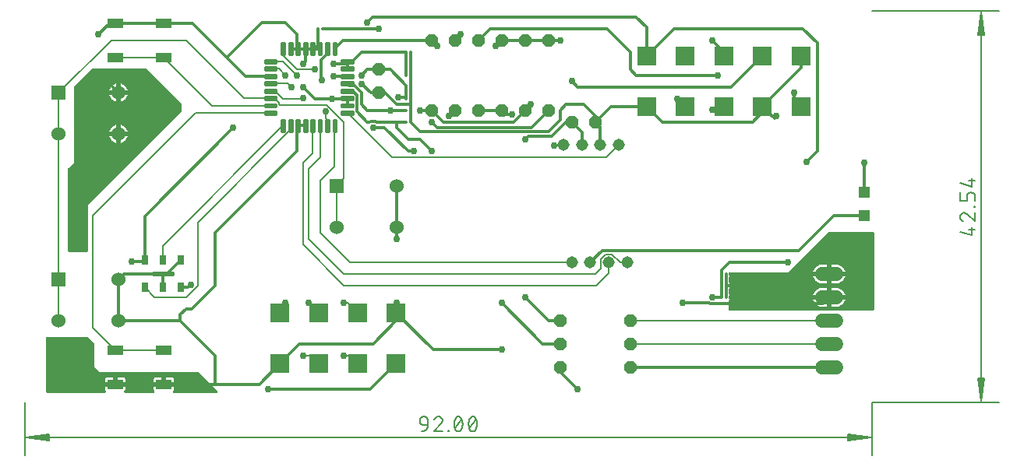
<source format=gbr>
G04 EAGLE Gerber RS-274X export*
G75*
%MOMM*%
%FSLAX34Y34*%
%LPD*%
%INTop Copper*%
%IPPOS*%
%AMOC8*
5,1,8,0,0,1.08239X$1,22.5*%
G01*
%ADD10C,0.130000*%
%ADD11C,0.152400*%
%ADD12R,0.250000X0.350000*%
%ADD13P,1.429621X8X22.500000*%
%ADD14R,0.350000X0.250000*%
%ADD15P,1.429621X8X292.500000*%
%ADD16C,1.524000*%
%ADD17R,0.720000X1.080000*%
%ADD18R,0.500000X0.300000*%
%ADD19C,0.250000*%
%ADD20P,1.429621X8X202.500000*%
%ADD21P,1.429621X8X112.500000*%
%ADD22C,1.314200*%
%ADD23C,0.218838*%
%ADD24R,1.300000X1.300000*%
%ADD25R,2.100000X2.100000*%
%ADD26R,1.524000X1.524000*%
%ADD27C,1.524000*%
%ADD28R,1.701800X0.990600*%
%ADD29C,0.304800*%
%ADD30C,0.756400*%

G36*
X57176Y163580D02*
X57176Y163580D01*
X57202Y163578D01*
X57349Y163600D01*
X57496Y163617D01*
X57521Y163625D01*
X57547Y163629D01*
X57685Y163684D01*
X57824Y163734D01*
X57846Y163748D01*
X57871Y163758D01*
X57992Y163843D01*
X58117Y163923D01*
X58135Y163942D01*
X58157Y163957D01*
X58256Y164067D01*
X58359Y164174D01*
X58373Y164196D01*
X58390Y164216D01*
X58462Y164346D01*
X58538Y164473D01*
X58546Y164498D01*
X58559Y164521D01*
X58599Y164664D01*
X58644Y164805D01*
X58646Y164831D01*
X58654Y164856D01*
X58673Y165100D01*
X58673Y215269D01*
X159827Y316423D01*
X159906Y316522D01*
X159990Y316616D01*
X160014Y316658D01*
X160044Y316696D01*
X160098Y316810D01*
X160159Y316921D01*
X160172Y316967D01*
X160193Y317011D01*
X160219Y317134D01*
X160254Y317256D01*
X160259Y317317D01*
X160266Y317352D01*
X160265Y317400D01*
X160273Y317500D01*
X160273Y323850D01*
X160259Y323976D01*
X160252Y324102D01*
X160239Y324148D01*
X160233Y324196D01*
X160191Y324315D01*
X160156Y324437D01*
X160132Y324479D01*
X160116Y324524D01*
X160047Y324631D01*
X159986Y324741D01*
X159946Y324787D01*
X159927Y324817D01*
X159892Y324851D01*
X159827Y324927D01*
X121727Y363027D01*
X121628Y363106D01*
X121534Y363190D01*
X121492Y363214D01*
X121454Y363244D01*
X121340Y363298D01*
X121229Y363359D01*
X121183Y363372D01*
X121139Y363393D01*
X121016Y363419D01*
X120894Y363454D01*
X120833Y363459D01*
X120798Y363466D01*
X120750Y363465D01*
X120650Y363473D01*
X63500Y363473D01*
X63374Y363459D01*
X63248Y363452D01*
X63202Y363439D01*
X63154Y363433D01*
X63035Y363391D01*
X62913Y363356D01*
X62871Y363332D01*
X62826Y363316D01*
X62719Y363247D01*
X62609Y363186D01*
X62563Y363146D01*
X62533Y363127D01*
X62499Y363092D01*
X62423Y363027D01*
X43373Y343977D01*
X43294Y343878D01*
X43210Y343784D01*
X43186Y343742D01*
X43156Y343704D01*
X43102Y343590D01*
X43041Y343479D01*
X43028Y343433D01*
X43007Y343389D01*
X42981Y343266D01*
X42946Y343144D01*
X42942Y343083D01*
X42934Y343048D01*
X42935Y343000D01*
X42927Y342900D01*
X42927Y260981D01*
X37023Y255077D01*
X36944Y254978D01*
X36860Y254884D01*
X36836Y254842D01*
X36806Y254804D01*
X36752Y254690D01*
X36691Y254579D01*
X36678Y254533D01*
X36657Y254489D01*
X36631Y254366D01*
X36596Y254244D01*
X36592Y254183D01*
X36584Y254148D01*
X36585Y254100D01*
X36577Y254000D01*
X36577Y165100D01*
X36580Y165074D01*
X36578Y165048D01*
X36600Y164901D01*
X36617Y164754D01*
X36625Y164729D01*
X36629Y164703D01*
X36684Y164565D01*
X36734Y164426D01*
X36748Y164404D01*
X36758Y164379D01*
X36843Y164258D01*
X36923Y164133D01*
X36942Y164115D01*
X36957Y164093D01*
X37067Y163994D01*
X37174Y163891D01*
X37196Y163877D01*
X37216Y163860D01*
X37346Y163788D01*
X37473Y163712D01*
X37498Y163704D01*
X37521Y163691D01*
X37664Y163651D01*
X37805Y163606D01*
X37831Y163604D01*
X37856Y163596D01*
X38100Y163577D01*
X57150Y163577D01*
X57176Y163580D01*
G37*
G36*
X911042Y100080D02*
X911042Y100080D01*
X911068Y100078D01*
X911215Y100100D01*
X911362Y100117D01*
X911387Y100125D01*
X911413Y100129D01*
X911551Y100184D01*
X911690Y100234D01*
X911712Y100248D01*
X911737Y100258D01*
X911858Y100343D01*
X911983Y100423D01*
X912001Y100442D01*
X912023Y100457D01*
X912122Y100567D01*
X912225Y100674D01*
X912239Y100696D01*
X912256Y100716D01*
X912328Y100846D01*
X912404Y100973D01*
X912412Y100998D01*
X912425Y101021D01*
X912465Y101164D01*
X912510Y101305D01*
X912512Y101331D01*
X912520Y101356D01*
X912539Y101600D01*
X912539Y184150D01*
X912536Y184176D01*
X912538Y184202D01*
X912516Y184349D01*
X912499Y184496D01*
X912491Y184521D01*
X912487Y184547D01*
X912432Y184685D01*
X912382Y184824D01*
X912368Y184846D01*
X912358Y184871D01*
X912273Y184992D01*
X912193Y185117D01*
X912174Y185135D01*
X912159Y185157D01*
X912049Y185256D01*
X911942Y185359D01*
X911920Y185373D01*
X911900Y185390D01*
X911770Y185462D01*
X911643Y185538D01*
X911618Y185546D01*
X911595Y185559D01*
X911452Y185599D01*
X911311Y185644D01*
X911285Y185646D01*
X911260Y185654D01*
X911016Y185673D01*
X863600Y185673D01*
X863474Y185659D01*
X863348Y185652D01*
X863302Y185639D01*
X863254Y185633D01*
X863135Y185591D01*
X863013Y185556D01*
X862971Y185532D01*
X862926Y185516D01*
X862819Y185447D01*
X862709Y185386D01*
X862663Y185346D01*
X862633Y185327D01*
X862599Y185292D01*
X862523Y185227D01*
X818519Y141223D01*
X755650Y141223D01*
X755624Y141220D01*
X755598Y141222D01*
X755451Y141200D01*
X755304Y141183D01*
X755279Y141175D01*
X755253Y141171D01*
X755115Y141116D01*
X754976Y141066D01*
X754954Y141052D01*
X754929Y141042D01*
X754808Y140957D01*
X754683Y140877D01*
X754665Y140858D01*
X754643Y140843D01*
X754544Y140733D01*
X754441Y140626D01*
X754427Y140604D01*
X754410Y140584D01*
X754338Y140454D01*
X754262Y140327D01*
X754254Y140302D01*
X754241Y140279D01*
X754201Y140136D01*
X754156Y139995D01*
X754154Y139969D01*
X754146Y139944D01*
X754127Y139700D01*
X754130Y139674D01*
X754128Y139648D01*
X754150Y139501D01*
X754167Y139354D01*
X754175Y139329D01*
X754179Y139303D01*
X754234Y139165D01*
X754284Y139026D01*
X754298Y139003D01*
X754308Y138979D01*
X754393Y138858D01*
X754473Y138733D01*
X754492Y138714D01*
X754507Y138693D01*
X754617Y138594D01*
X754724Y138491D01*
X754746Y138477D01*
X754766Y138459D01*
X754896Y138388D01*
X755023Y138312D01*
X755048Y138304D01*
X755071Y138291D01*
X755214Y138251D01*
X755355Y138205D01*
X755381Y138203D01*
X755406Y138196D01*
X755591Y138181D01*
X755591Y137615D01*
X755418Y136969D01*
X755083Y136390D01*
X754573Y135880D01*
X754494Y135781D01*
X754410Y135687D01*
X754386Y135645D01*
X754356Y135607D01*
X754302Y135493D01*
X754241Y135382D01*
X754228Y135335D01*
X754207Y135292D01*
X754181Y135168D01*
X754146Y135046D01*
X754142Y134986D01*
X754134Y134951D01*
X754135Y134903D01*
X754127Y134803D01*
X754127Y131897D01*
X754141Y131772D01*
X754148Y131646D01*
X754161Y131599D01*
X754167Y131551D01*
X754209Y131432D01*
X754244Y131311D01*
X754268Y131269D01*
X754284Y131223D01*
X754353Y131117D01*
X754414Y131006D01*
X754454Y130960D01*
X754473Y130930D01*
X754508Y130897D01*
X754573Y130820D01*
X755083Y130310D01*
X755418Y129731D01*
X755591Y129085D01*
X755591Y128521D01*
X755451Y128500D01*
X755304Y128484D01*
X755279Y128475D01*
X755253Y128471D01*
X755115Y128416D01*
X754976Y128366D01*
X754954Y128352D01*
X754929Y128342D01*
X754808Y128258D01*
X754683Y128177D01*
X754665Y128158D01*
X754643Y128143D01*
X754544Y128033D01*
X754441Y127926D01*
X754427Y127904D01*
X754410Y127884D01*
X754338Y127754D01*
X754262Y127627D01*
X754254Y127602D01*
X754241Y127579D01*
X754201Y127436D01*
X754156Y127295D01*
X754154Y127269D01*
X754146Y127244D01*
X754127Y127000D01*
X754130Y126974D01*
X754128Y126948D01*
X754150Y126801D01*
X754167Y126654D01*
X754175Y126629D01*
X754179Y126603D01*
X754234Y126465D01*
X754284Y126326D01*
X754298Y126303D01*
X754308Y126279D01*
X754393Y126158D01*
X754473Y126033D01*
X754492Y126014D01*
X754507Y125993D01*
X754617Y125894D01*
X754724Y125791D01*
X754746Y125777D01*
X754766Y125759D01*
X754896Y125688D01*
X755023Y125612D01*
X755048Y125604D01*
X755071Y125591D01*
X755214Y125551D01*
X755355Y125505D01*
X755381Y125503D01*
X755406Y125496D01*
X755591Y125481D01*
X755591Y124915D01*
X755418Y124269D01*
X755083Y123690D01*
X754573Y123180D01*
X754494Y123081D01*
X754410Y122987D01*
X754386Y122945D01*
X754356Y122907D01*
X754302Y122793D01*
X754241Y122682D01*
X754228Y122635D01*
X754207Y122592D01*
X754181Y122468D01*
X754146Y122346D01*
X754142Y122286D01*
X754134Y122251D01*
X754135Y122203D01*
X754127Y122103D01*
X754127Y119197D01*
X754141Y119072D01*
X754148Y118946D01*
X754161Y118899D01*
X754167Y118851D01*
X754209Y118732D01*
X754244Y118611D01*
X754268Y118569D01*
X754284Y118523D01*
X754353Y118417D01*
X754414Y118306D01*
X754454Y118260D01*
X754473Y118230D01*
X754508Y118197D01*
X754573Y118120D01*
X755083Y117610D01*
X755418Y117031D01*
X755591Y116385D01*
X755591Y115821D01*
X755451Y115800D01*
X755304Y115784D01*
X755279Y115775D01*
X755253Y115771D01*
X755115Y115716D01*
X754976Y115666D01*
X754954Y115652D01*
X754929Y115642D01*
X754808Y115558D01*
X754683Y115477D01*
X754665Y115458D01*
X754643Y115443D01*
X754544Y115333D01*
X754441Y115226D01*
X754427Y115204D01*
X754410Y115184D01*
X754338Y115054D01*
X754262Y114927D01*
X754254Y114902D01*
X754241Y114879D01*
X754201Y114736D01*
X754156Y114595D01*
X754154Y114569D01*
X754146Y114544D01*
X754127Y114300D01*
X754130Y114274D01*
X754128Y114248D01*
X754150Y114101D01*
X754167Y113954D01*
X754175Y113929D01*
X754179Y113903D01*
X754234Y113765D01*
X754284Y113626D01*
X754298Y113603D01*
X754308Y113579D01*
X754393Y113458D01*
X754473Y113333D01*
X754492Y113314D01*
X754507Y113293D01*
X754617Y113194D01*
X754724Y113091D01*
X754746Y113077D01*
X754766Y113059D01*
X754896Y112988D01*
X755023Y112912D01*
X755048Y112904D01*
X755071Y112891D01*
X755214Y112851D01*
X755355Y112805D01*
X755381Y112803D01*
X755406Y112796D01*
X755591Y112781D01*
X755591Y112215D01*
X755418Y111569D01*
X755083Y110990D01*
X754573Y110480D01*
X754494Y110381D01*
X754410Y110287D01*
X754386Y110245D01*
X754356Y110207D01*
X754302Y110093D01*
X754241Y109982D01*
X754228Y109935D01*
X754207Y109892D01*
X754181Y109768D01*
X754146Y109646D01*
X754142Y109586D01*
X754134Y109551D01*
X754135Y109503D01*
X754127Y109403D01*
X754127Y101600D01*
X754130Y101574D01*
X754128Y101548D01*
X754150Y101401D01*
X754167Y101254D01*
X754175Y101229D01*
X754179Y101203D01*
X754234Y101065D01*
X754284Y100926D01*
X754298Y100904D01*
X754308Y100879D01*
X754393Y100758D01*
X754473Y100633D01*
X754492Y100615D01*
X754507Y100593D01*
X754617Y100494D01*
X754724Y100391D01*
X754746Y100377D01*
X754766Y100360D01*
X754896Y100288D01*
X755023Y100212D01*
X755048Y100204D01*
X755071Y100191D01*
X755214Y100151D01*
X755355Y100106D01*
X755381Y100104D01*
X755406Y100096D01*
X755650Y100077D01*
X911016Y100077D01*
X911042Y100080D01*
G37*
G36*
X76690Y10172D02*
X76690Y10172D01*
X76791Y10174D01*
X76863Y10192D01*
X76937Y10201D01*
X77032Y10234D01*
X77129Y10259D01*
X77195Y10293D01*
X77265Y10318D01*
X77349Y10373D01*
X77439Y10419D01*
X77495Y10467D01*
X77558Y10507D01*
X77628Y10579D01*
X77704Y10644D01*
X77748Y10704D01*
X77800Y10758D01*
X77852Y10844D01*
X77911Y10925D01*
X77941Y10993D01*
X77979Y11057D01*
X78009Y11152D01*
X78049Y11245D01*
X78062Y11318D01*
X78085Y11389D01*
X78093Y11489D01*
X78111Y11588D01*
X78107Y11662D01*
X78113Y11736D01*
X78098Y11835D01*
X78093Y11936D01*
X78072Y12007D01*
X78061Y12081D01*
X78024Y12174D01*
X77996Y12271D01*
X77960Y12336D01*
X77933Y12405D01*
X77875Y12487D01*
X77826Y12575D01*
X77761Y12651D01*
X77734Y12691D01*
X77707Y12715D01*
X77668Y12761D01*
X77342Y13087D01*
X77007Y13666D01*
X76834Y14312D01*
X76834Y17124D01*
X86931Y17124D01*
X86957Y17127D01*
X86984Y17125D01*
X87130Y17147D01*
X87278Y17164D01*
X87302Y17173D01*
X87328Y17177D01*
X87466Y17232D01*
X87606Y17282D01*
X87628Y17296D01*
X87652Y17306D01*
X87774Y17390D01*
X87886Y17462D01*
X87910Y17438D01*
X87933Y17425D01*
X87952Y17407D01*
X88082Y17335D01*
X88210Y17259D01*
X88235Y17251D01*
X88258Y17239D01*
X88400Y17198D01*
X88542Y17153D01*
X88568Y17151D01*
X88593Y17144D01*
X88837Y17124D01*
X98934Y17124D01*
X98934Y14312D01*
X98761Y13666D01*
X98426Y13087D01*
X98100Y12761D01*
X98038Y12683D01*
X97968Y12610D01*
X97930Y12546D01*
X97884Y12488D01*
X97841Y12397D01*
X97789Y12311D01*
X97766Y12240D01*
X97735Y12173D01*
X97714Y12075D01*
X97683Y11979D01*
X97677Y11905D01*
X97661Y11832D01*
X97663Y11732D01*
X97655Y11632D01*
X97666Y11558D01*
X97667Y11484D01*
X97692Y11386D01*
X97707Y11287D01*
X97734Y11218D01*
X97752Y11146D01*
X97798Y11057D01*
X97835Y10963D01*
X97878Y10902D01*
X97912Y10836D01*
X97977Y10760D01*
X98034Y10677D01*
X98089Y10627D01*
X98138Y10571D01*
X98219Y10511D01*
X98293Y10444D01*
X98358Y10408D01*
X98418Y10363D01*
X98510Y10324D01*
X98598Y10275D01*
X98670Y10255D01*
X98738Y10225D01*
X98837Y10208D01*
X98934Y10180D01*
X99034Y10172D01*
X99081Y10164D01*
X99117Y10166D01*
X99177Y10161D01*
X129423Y10161D01*
X129522Y10172D01*
X129623Y10174D01*
X129695Y10192D01*
X129769Y10201D01*
X129864Y10234D01*
X129961Y10259D01*
X130027Y10293D01*
X130097Y10318D01*
X130181Y10373D01*
X130271Y10419D01*
X130327Y10467D01*
X130390Y10507D01*
X130460Y10579D01*
X130536Y10644D01*
X130580Y10704D01*
X130632Y10758D01*
X130684Y10844D01*
X130743Y10925D01*
X130773Y10993D01*
X130811Y11057D01*
X130841Y11152D01*
X130881Y11245D01*
X130894Y11318D01*
X130917Y11389D01*
X130925Y11489D01*
X130943Y11588D01*
X130939Y11662D01*
X130945Y11736D01*
X130930Y11835D01*
X130925Y11936D01*
X130904Y12007D01*
X130893Y12081D01*
X130856Y12174D01*
X130828Y12271D01*
X130792Y12336D01*
X130765Y12405D01*
X130707Y12487D01*
X130658Y12575D01*
X130593Y12651D01*
X130566Y12691D01*
X130539Y12715D01*
X130500Y12761D01*
X130174Y13087D01*
X129839Y13666D01*
X129666Y14312D01*
X129666Y17124D01*
X139763Y17124D01*
X139789Y17127D01*
X139816Y17125D01*
X139962Y17147D01*
X140110Y17164D01*
X140134Y17173D01*
X140160Y17177D01*
X140298Y17232D01*
X140438Y17282D01*
X140460Y17296D01*
X140484Y17306D01*
X140606Y17390D01*
X140718Y17462D01*
X140742Y17438D01*
X140765Y17425D01*
X140784Y17407D01*
X140914Y17335D01*
X141042Y17259D01*
X141067Y17251D01*
X141090Y17239D01*
X141232Y17198D01*
X141374Y17153D01*
X141400Y17151D01*
X141425Y17144D01*
X141669Y17124D01*
X151766Y17124D01*
X151766Y14312D01*
X151593Y13666D01*
X151258Y13087D01*
X150932Y12761D01*
X150870Y12683D01*
X150800Y12610D01*
X150762Y12546D01*
X150716Y12488D01*
X150673Y12397D01*
X150621Y12311D01*
X150598Y12240D01*
X150567Y12173D01*
X150546Y12075D01*
X150515Y11979D01*
X150509Y11905D01*
X150493Y11832D01*
X150495Y11732D01*
X150487Y11632D01*
X150498Y11558D01*
X150499Y11484D01*
X150524Y11386D01*
X150539Y11287D01*
X150566Y11218D01*
X150584Y11146D01*
X150630Y11057D01*
X150667Y10963D01*
X150710Y10902D01*
X150744Y10836D01*
X150809Y10760D01*
X150866Y10677D01*
X150921Y10627D01*
X150970Y10571D01*
X151051Y10511D01*
X151125Y10444D01*
X151190Y10408D01*
X151250Y10363D01*
X151342Y10324D01*
X151430Y10275D01*
X151502Y10255D01*
X151570Y10225D01*
X151669Y10208D01*
X151766Y10180D01*
X151866Y10172D01*
X151913Y10164D01*
X151949Y10166D01*
X152009Y10161D01*
X197866Y10161D01*
X197966Y10172D01*
X198066Y10174D01*
X198138Y10192D01*
X198212Y10201D01*
X198307Y10234D01*
X198404Y10259D01*
X198470Y10293D01*
X198540Y10318D01*
X198625Y10373D01*
X198714Y10419D01*
X198771Y10467D01*
X198833Y10507D01*
X198903Y10579D01*
X198979Y10644D01*
X199024Y10704D01*
X199075Y10758D01*
X199127Y10844D01*
X199187Y10925D01*
X199216Y10993D01*
X199254Y11057D01*
X199285Y11153D01*
X199325Y11245D01*
X199338Y11318D01*
X199360Y11389D01*
X199368Y11489D01*
X199386Y11588D01*
X199382Y11662D01*
X199388Y11736D01*
X199373Y11836D01*
X199368Y11936D01*
X199348Y12007D01*
X199337Y12081D01*
X199300Y12174D01*
X199272Y12271D01*
X199235Y12336D01*
X199208Y12405D01*
X199151Y12487D01*
X199102Y12575D01*
X199037Y12651D01*
X199009Y12691D01*
X198983Y12715D01*
X198943Y12761D01*
X178877Y32827D01*
X178778Y32906D01*
X178684Y32990D01*
X178642Y33014D01*
X178604Y33044D01*
X178490Y33098D01*
X178379Y33159D01*
X178333Y33172D01*
X178289Y33193D01*
X178166Y33219D01*
X178044Y33254D01*
X177983Y33259D01*
X177948Y33266D01*
X177900Y33265D01*
X177800Y33273D01*
X70481Y33273D01*
X65023Y38731D01*
X65023Y63500D01*
X65021Y63516D01*
X65022Y63527D01*
X65013Y63589D01*
X65009Y63626D01*
X65002Y63752D01*
X64989Y63798D01*
X64983Y63846D01*
X64941Y63965D01*
X64906Y64087D01*
X64882Y64129D01*
X64866Y64174D01*
X64797Y64281D01*
X64736Y64391D01*
X64696Y64437D01*
X64677Y64467D01*
X64642Y64501D01*
X64577Y64577D01*
X58227Y70927D01*
X58128Y71006D01*
X58034Y71090D01*
X57992Y71114D01*
X57954Y71144D01*
X57840Y71198D01*
X57729Y71259D01*
X57683Y71272D01*
X57639Y71293D01*
X57516Y71319D01*
X57394Y71354D01*
X57333Y71359D01*
X57298Y71366D01*
X57250Y71365D01*
X57150Y71373D01*
X14384Y71373D01*
X14358Y71370D01*
X14332Y71372D01*
X14185Y71350D01*
X14038Y71333D01*
X14013Y71325D01*
X13987Y71321D01*
X13849Y71266D01*
X13710Y71216D01*
X13688Y71202D01*
X13663Y71192D01*
X13542Y71107D01*
X13417Y71027D01*
X13399Y71008D01*
X13377Y70993D01*
X13278Y70883D01*
X13175Y70776D01*
X13161Y70754D01*
X13144Y70734D01*
X13072Y70604D01*
X12996Y70477D01*
X12988Y70452D01*
X12975Y70429D01*
X12935Y70286D01*
X12890Y70145D01*
X12888Y70119D01*
X12880Y70094D01*
X12861Y69850D01*
X12861Y11684D01*
X12864Y11658D01*
X12862Y11632D01*
X12884Y11485D01*
X12901Y11338D01*
X12909Y11313D01*
X12913Y11287D01*
X12968Y11149D01*
X13018Y11010D01*
X13032Y10988D01*
X13042Y10963D01*
X13127Y10842D01*
X13207Y10717D01*
X13226Y10699D01*
X13241Y10677D01*
X13351Y10578D01*
X13458Y10475D01*
X13480Y10461D01*
X13500Y10444D01*
X13630Y10372D01*
X13757Y10296D01*
X13782Y10288D01*
X13805Y10275D01*
X13948Y10235D01*
X14089Y10190D01*
X14115Y10188D01*
X14140Y10180D01*
X14384Y10161D01*
X76591Y10161D01*
X76690Y10172D01*
G37*
%LPC*%
G36*
X866139Y142239D02*
X866139Y142239D01*
X866139Y149861D01*
X872020Y149861D01*
X873599Y149611D01*
X875120Y149116D01*
X876545Y148390D01*
X877839Y147450D01*
X878970Y146319D01*
X879910Y145025D01*
X880636Y143600D01*
X881079Y142239D01*
X866139Y142239D01*
G37*
%LPD*%
%LPC*%
G36*
X866139Y116839D02*
X866139Y116839D01*
X866139Y124461D01*
X872020Y124461D01*
X873599Y124211D01*
X875120Y123716D01*
X876545Y122990D01*
X877839Y122050D01*
X878970Y120919D01*
X879910Y119625D01*
X880636Y118200D01*
X881079Y116839D01*
X866139Y116839D01*
G37*
%LPD*%
%LPC*%
G36*
X846121Y142239D02*
X846121Y142239D01*
X846564Y143600D01*
X847290Y145025D01*
X848230Y146319D01*
X849361Y147450D01*
X850655Y148390D01*
X852080Y149116D01*
X853601Y149611D01*
X855180Y149861D01*
X861061Y149861D01*
X861061Y142239D01*
X846121Y142239D01*
G37*
%LPD*%
%LPC*%
G36*
X846121Y116839D02*
X846121Y116839D01*
X846564Y118200D01*
X847290Y119625D01*
X848230Y120919D01*
X849361Y122050D01*
X850655Y122990D01*
X852080Y123716D01*
X853601Y124211D01*
X855180Y124461D01*
X861061Y124461D01*
X861061Y116839D01*
X846121Y116839D01*
G37*
%LPD*%
%LPC*%
G36*
X866139Y129539D02*
X866139Y129539D01*
X866139Y137161D01*
X881079Y137161D01*
X880636Y135800D01*
X879910Y134375D01*
X878970Y133081D01*
X877839Y131950D01*
X876545Y131010D01*
X875120Y130284D01*
X873599Y129789D01*
X872020Y129539D01*
X866139Y129539D01*
G37*
%LPD*%
%LPC*%
G36*
X866139Y104139D02*
X866139Y104139D01*
X866139Y111761D01*
X881079Y111761D01*
X880636Y110400D01*
X879910Y108975D01*
X878970Y107681D01*
X877839Y106550D01*
X876545Y105610D01*
X875120Y104884D01*
X873599Y104389D01*
X872020Y104139D01*
X866139Y104139D01*
G37*
%LPD*%
%LPC*%
G36*
X855180Y129539D02*
X855180Y129539D01*
X853601Y129789D01*
X852080Y130284D01*
X850655Y131010D01*
X849361Y131950D01*
X848230Y133081D01*
X847290Y134375D01*
X846564Y135800D01*
X846121Y137161D01*
X861061Y137161D01*
X861061Y129539D01*
X855180Y129539D01*
G37*
%LPD*%
%LPC*%
G36*
X855180Y104139D02*
X855180Y104139D01*
X853601Y104389D01*
X852080Y104884D01*
X850655Y105610D01*
X849361Y106550D01*
X848230Y107681D01*
X847290Y108975D01*
X846564Y110400D01*
X846121Y111761D01*
X861061Y111761D01*
X861061Y104139D01*
X855180Y104139D01*
G37*
%LPD*%
%LPC*%
G36*
X90360Y22076D02*
X90360Y22076D01*
X90360Y27094D01*
X96728Y27094D01*
X97374Y26921D01*
X97953Y26586D01*
X98426Y26113D01*
X98761Y25534D01*
X98934Y24888D01*
X98934Y22076D01*
X90360Y22076D01*
G37*
%LPD*%
%LPC*%
G36*
X143192Y22076D02*
X143192Y22076D01*
X143192Y27094D01*
X149560Y27094D01*
X150206Y26921D01*
X150785Y26586D01*
X151258Y26113D01*
X151593Y25534D01*
X151766Y24888D01*
X151766Y22076D01*
X143192Y22076D01*
G37*
%LPD*%
%LPC*%
G36*
X76834Y22076D02*
X76834Y22076D01*
X76834Y24888D01*
X77007Y25534D01*
X77342Y26113D01*
X77815Y26586D01*
X78394Y26921D01*
X79040Y27094D01*
X85408Y27094D01*
X85408Y22076D01*
X76834Y22076D01*
G37*
%LPD*%
%LPC*%
G36*
X129666Y22076D02*
X129666Y22076D01*
X129666Y24888D01*
X129839Y25534D01*
X130174Y26113D01*
X130647Y26586D01*
X131226Y26921D01*
X131872Y27094D01*
X138240Y27094D01*
X138240Y22076D01*
X129666Y22076D01*
G37*
%LPD*%
%LPC*%
G36*
X94139Y339597D02*
X94139Y339597D01*
X94139Y346917D01*
X95500Y346474D01*
X96925Y345748D01*
X98219Y344808D01*
X99350Y343677D01*
X100290Y342383D01*
X101016Y340958D01*
X101459Y339597D01*
X94139Y339597D01*
G37*
%LPD*%
%LPC*%
G36*
X94139Y294639D02*
X94139Y294639D01*
X94139Y301959D01*
X95500Y301516D01*
X96925Y300790D01*
X98219Y299850D01*
X99350Y298719D01*
X100290Y297425D01*
X101016Y296000D01*
X101459Y294639D01*
X94139Y294639D01*
G37*
%LPD*%
%LPC*%
G36*
X81741Y339597D02*
X81741Y339597D01*
X82184Y340958D01*
X82910Y342383D01*
X83850Y343677D01*
X84981Y344808D01*
X86275Y345748D01*
X87700Y346474D01*
X89061Y346917D01*
X89061Y339597D01*
X81741Y339597D01*
G37*
%LPD*%
%LPC*%
G36*
X94139Y334519D02*
X94139Y334519D01*
X101459Y334519D01*
X101016Y333158D01*
X100290Y331733D01*
X99350Y330439D01*
X98219Y329308D01*
X96925Y328368D01*
X95500Y327642D01*
X94139Y327199D01*
X94139Y334519D01*
G37*
%LPD*%
%LPC*%
G36*
X81741Y294639D02*
X81741Y294639D01*
X82184Y296000D01*
X82910Y297425D01*
X83850Y298719D01*
X84981Y299850D01*
X86275Y300790D01*
X87700Y301516D01*
X89061Y301959D01*
X89061Y294639D01*
X81741Y294639D01*
G37*
%LPD*%
%LPC*%
G36*
X94139Y289561D02*
X94139Y289561D01*
X101459Y289561D01*
X101016Y288200D01*
X100290Y286775D01*
X99350Y285481D01*
X98219Y284350D01*
X96925Y283410D01*
X95500Y282684D01*
X94139Y282241D01*
X94139Y289561D01*
G37*
%LPD*%
%LPC*%
G36*
X87700Y327642D02*
X87700Y327642D01*
X86275Y328368D01*
X84981Y329308D01*
X83850Y330439D01*
X82910Y331733D01*
X82184Y333158D01*
X81741Y334519D01*
X89061Y334519D01*
X89061Y327199D01*
X87700Y327642D01*
G37*
%LPD*%
%LPC*%
G36*
X87700Y282684D02*
X87700Y282684D01*
X86275Y283410D01*
X84981Y284350D01*
X83850Y285481D01*
X82910Y286775D01*
X82184Y288200D01*
X81741Y289561D01*
X89061Y289561D01*
X89061Y282241D01*
X87700Y282684D01*
G37*
%LPD*%
D10*
X910000Y0D02*
X1048200Y0D01*
X1048200Y425400D02*
X910000Y425400D01*
X1028700Y424750D02*
X1028700Y650D01*
X1025508Y26000D01*
X1031892Y26000D01*
X1028700Y650D01*
X1027400Y26000D01*
X1030000Y26000D02*
X1028700Y650D01*
X1026100Y26000D01*
X1031300Y26000D02*
X1028700Y650D01*
X1025508Y399400D02*
X1028700Y424750D01*
X1025508Y399400D02*
X1031892Y399400D01*
X1028700Y424750D01*
X1027400Y399400D01*
X1030000Y399400D02*
X1028700Y424750D01*
X1026100Y399400D01*
X1031300Y399400D02*
X1028700Y424750D01*
D11*
X1005937Y185164D02*
X1018581Y181552D01*
X1018581Y190583D01*
X1014968Y187874D02*
X1022193Y187874D01*
X1005937Y202150D02*
X1005939Y202275D01*
X1005945Y202400D01*
X1005954Y202525D01*
X1005968Y202649D01*
X1005985Y202773D01*
X1006006Y202897D01*
X1006031Y203019D01*
X1006060Y203141D01*
X1006092Y203262D01*
X1006128Y203382D01*
X1006168Y203501D01*
X1006211Y203618D01*
X1006258Y203734D01*
X1006309Y203849D01*
X1006363Y203961D01*
X1006421Y204073D01*
X1006481Y204182D01*
X1006546Y204289D01*
X1006613Y204395D01*
X1006684Y204498D01*
X1006758Y204599D01*
X1006835Y204698D01*
X1006915Y204794D01*
X1006998Y204888D01*
X1007083Y204979D01*
X1007172Y205068D01*
X1007263Y205153D01*
X1007357Y205236D01*
X1007453Y205316D01*
X1007552Y205393D01*
X1007653Y205467D01*
X1007756Y205538D01*
X1007862Y205605D01*
X1007969Y205670D01*
X1008078Y205730D01*
X1008190Y205788D01*
X1008302Y205842D01*
X1008417Y205893D01*
X1008533Y205940D01*
X1008650Y205983D01*
X1008769Y206023D01*
X1008889Y206059D01*
X1009010Y206091D01*
X1009132Y206120D01*
X1009254Y206145D01*
X1009378Y206166D01*
X1009502Y206183D01*
X1009626Y206197D01*
X1009751Y206206D01*
X1009876Y206212D01*
X1010001Y206214D01*
X1005937Y202150D02*
X1005939Y202007D01*
X1005945Y201865D01*
X1005955Y201722D01*
X1005968Y201580D01*
X1005986Y201439D01*
X1006007Y201297D01*
X1006032Y201157D01*
X1006061Y201017D01*
X1006094Y200878D01*
X1006131Y200740D01*
X1006171Y200603D01*
X1006215Y200468D01*
X1006263Y200333D01*
X1006315Y200200D01*
X1006370Y200068D01*
X1006429Y199938D01*
X1006491Y199810D01*
X1006557Y199683D01*
X1006626Y199558D01*
X1006698Y199435D01*
X1006774Y199314D01*
X1006853Y199196D01*
X1006936Y199079D01*
X1007021Y198965D01*
X1007110Y198853D01*
X1007201Y198744D01*
X1007296Y198637D01*
X1007393Y198532D01*
X1007494Y198431D01*
X1007597Y198332D01*
X1007702Y198236D01*
X1007811Y198143D01*
X1007922Y198053D01*
X1008035Y197966D01*
X1008150Y197882D01*
X1008268Y197802D01*
X1008388Y197724D01*
X1008510Y197650D01*
X1008634Y197580D01*
X1008760Y197512D01*
X1008888Y197449D01*
X1009017Y197388D01*
X1009148Y197331D01*
X1009280Y197278D01*
X1009414Y197229D01*
X1009549Y197183D01*
X1013162Y204859D02*
X1013070Y204953D01*
X1012976Y205043D01*
X1012879Y205131D01*
X1012779Y205216D01*
X1012677Y205298D01*
X1012572Y205376D01*
X1012465Y205452D01*
X1012356Y205524D01*
X1012245Y205593D01*
X1012131Y205659D01*
X1012016Y205721D01*
X1011899Y205780D01*
X1011780Y205835D01*
X1011660Y205886D01*
X1011538Y205934D01*
X1011415Y205979D01*
X1011291Y206019D01*
X1011165Y206056D01*
X1011038Y206089D01*
X1010911Y206118D01*
X1010782Y206144D01*
X1010653Y206165D01*
X1010523Y206183D01*
X1010393Y206196D01*
X1010263Y206206D01*
X1010132Y206212D01*
X1010001Y206214D01*
X1013162Y204860D02*
X1022193Y197183D01*
X1022193Y206214D01*
X1022193Y212189D02*
X1021290Y212189D01*
X1021290Y213092D01*
X1022193Y213092D01*
X1022193Y212189D01*
X1022193Y219067D02*
X1022193Y224486D01*
X1022191Y224604D01*
X1022185Y224722D01*
X1022176Y224840D01*
X1022162Y224957D01*
X1022145Y225074D01*
X1022124Y225191D01*
X1022099Y225306D01*
X1022070Y225421D01*
X1022037Y225535D01*
X1022001Y225647D01*
X1021961Y225758D01*
X1021918Y225868D01*
X1021871Y225977D01*
X1021821Y226084D01*
X1021766Y226189D01*
X1021709Y226292D01*
X1021648Y226393D01*
X1021584Y226493D01*
X1021517Y226590D01*
X1021447Y226685D01*
X1021373Y226777D01*
X1021297Y226868D01*
X1021217Y226955D01*
X1021135Y227040D01*
X1021050Y227122D01*
X1020963Y227202D01*
X1020872Y227278D01*
X1020780Y227352D01*
X1020685Y227422D01*
X1020588Y227489D01*
X1020488Y227553D01*
X1020387Y227614D01*
X1020284Y227671D01*
X1020179Y227726D01*
X1020072Y227776D01*
X1019963Y227823D01*
X1019853Y227866D01*
X1019742Y227906D01*
X1019630Y227942D01*
X1019516Y227975D01*
X1019401Y228004D01*
X1019286Y228029D01*
X1019169Y228050D01*
X1019052Y228067D01*
X1018935Y228081D01*
X1018817Y228090D01*
X1018699Y228096D01*
X1018581Y228098D01*
X1016774Y228098D01*
X1016656Y228096D01*
X1016538Y228090D01*
X1016420Y228081D01*
X1016303Y228067D01*
X1016186Y228050D01*
X1016069Y228029D01*
X1015954Y228004D01*
X1015839Y227975D01*
X1015725Y227942D01*
X1015613Y227906D01*
X1015502Y227866D01*
X1015392Y227823D01*
X1015283Y227776D01*
X1015176Y227726D01*
X1015071Y227671D01*
X1014968Y227614D01*
X1014867Y227553D01*
X1014767Y227489D01*
X1014670Y227422D01*
X1014575Y227352D01*
X1014483Y227278D01*
X1014392Y227202D01*
X1014305Y227122D01*
X1014220Y227040D01*
X1014138Y226955D01*
X1014058Y226868D01*
X1013982Y226777D01*
X1013908Y226685D01*
X1013838Y226590D01*
X1013771Y226493D01*
X1013707Y226393D01*
X1013646Y226292D01*
X1013589Y226189D01*
X1013534Y226084D01*
X1013484Y225977D01*
X1013437Y225868D01*
X1013394Y225758D01*
X1013354Y225647D01*
X1013318Y225535D01*
X1013285Y225421D01*
X1013256Y225306D01*
X1013231Y225191D01*
X1013210Y225074D01*
X1013193Y224957D01*
X1013179Y224840D01*
X1013170Y224722D01*
X1013164Y224604D01*
X1013162Y224486D01*
X1013162Y219067D01*
X1005937Y219067D01*
X1005937Y228098D01*
X1005937Y238311D02*
X1018581Y234698D01*
X1018581Y243729D01*
X1014968Y241020D02*
X1022193Y241020D01*
D10*
X-10000Y0D02*
X-10000Y-57600D01*
X910000Y-57600D02*
X910000Y0D01*
X909350Y-38100D02*
X-9350Y-38100D01*
X16000Y-34908D01*
X16000Y-41292D01*
X-9350Y-38100D01*
X16000Y-36800D01*
X16000Y-39400D02*
X-9350Y-38100D01*
X16000Y-35500D01*
X16000Y-40700D02*
X-9350Y-38100D01*
X884000Y-34908D02*
X909350Y-38100D01*
X884000Y-34908D02*
X884000Y-41292D01*
X909350Y-38100D01*
X884000Y-36800D01*
X884000Y-39400D02*
X909350Y-38100D01*
X884000Y-35500D01*
X884000Y-40700D02*
X909350Y-38100D01*
D11*
X427883Y-24368D02*
X422464Y-24368D01*
X422346Y-24366D01*
X422228Y-24360D01*
X422110Y-24351D01*
X421993Y-24337D01*
X421876Y-24320D01*
X421759Y-24299D01*
X421644Y-24274D01*
X421529Y-24245D01*
X421415Y-24212D01*
X421303Y-24176D01*
X421192Y-24136D01*
X421082Y-24093D01*
X420973Y-24046D01*
X420866Y-23996D01*
X420761Y-23941D01*
X420658Y-23884D01*
X420557Y-23823D01*
X420457Y-23759D01*
X420360Y-23692D01*
X420265Y-23622D01*
X420173Y-23548D01*
X420082Y-23472D01*
X419995Y-23392D01*
X419910Y-23310D01*
X419828Y-23225D01*
X419748Y-23138D01*
X419672Y-23047D01*
X419598Y-22955D01*
X419528Y-22860D01*
X419461Y-22763D01*
X419397Y-22663D01*
X419336Y-22562D01*
X419279Y-22459D01*
X419224Y-22354D01*
X419174Y-22247D01*
X419127Y-22138D01*
X419084Y-22028D01*
X419044Y-21917D01*
X419008Y-21805D01*
X418975Y-21691D01*
X418946Y-21576D01*
X418921Y-21461D01*
X418900Y-21344D01*
X418883Y-21227D01*
X418869Y-21110D01*
X418860Y-20992D01*
X418854Y-20874D01*
X418852Y-20756D01*
X418852Y-19853D01*
X418854Y-19720D01*
X418860Y-19588D01*
X418870Y-19456D01*
X418883Y-19324D01*
X418901Y-19192D01*
X418922Y-19062D01*
X418947Y-18931D01*
X418976Y-18802D01*
X419009Y-18674D01*
X419045Y-18546D01*
X419085Y-18420D01*
X419129Y-18295D01*
X419177Y-18171D01*
X419228Y-18049D01*
X419283Y-17928D01*
X419341Y-17809D01*
X419403Y-17691D01*
X419468Y-17576D01*
X419537Y-17462D01*
X419608Y-17351D01*
X419684Y-17242D01*
X419762Y-17135D01*
X419843Y-17030D01*
X419928Y-16928D01*
X420015Y-16828D01*
X420105Y-16731D01*
X420198Y-16636D01*
X420294Y-16545D01*
X420392Y-16456D01*
X420493Y-16370D01*
X420597Y-16287D01*
X420703Y-16207D01*
X420811Y-16131D01*
X420921Y-16057D01*
X421034Y-15987D01*
X421148Y-15920D01*
X421265Y-15857D01*
X421383Y-15797D01*
X421503Y-15740D01*
X421625Y-15687D01*
X421748Y-15638D01*
X421872Y-15592D01*
X421998Y-15550D01*
X422125Y-15512D01*
X422253Y-15477D01*
X422382Y-15446D01*
X422511Y-15419D01*
X422642Y-15396D01*
X422773Y-15376D01*
X422905Y-15361D01*
X423037Y-15349D01*
X423169Y-15341D01*
X423302Y-15337D01*
X423434Y-15337D01*
X423567Y-15341D01*
X423699Y-15349D01*
X423831Y-15361D01*
X423963Y-15376D01*
X424094Y-15396D01*
X424225Y-15419D01*
X424354Y-15446D01*
X424483Y-15477D01*
X424611Y-15512D01*
X424738Y-15550D01*
X424864Y-15592D01*
X424988Y-15638D01*
X425111Y-15687D01*
X425233Y-15740D01*
X425353Y-15797D01*
X425471Y-15857D01*
X425588Y-15920D01*
X425702Y-15987D01*
X425815Y-16057D01*
X425925Y-16131D01*
X426033Y-16207D01*
X426139Y-16287D01*
X426243Y-16370D01*
X426344Y-16456D01*
X426442Y-16545D01*
X426538Y-16636D01*
X426631Y-16731D01*
X426721Y-16828D01*
X426808Y-16928D01*
X426893Y-17030D01*
X426974Y-17135D01*
X427052Y-17242D01*
X427128Y-17351D01*
X427199Y-17462D01*
X427268Y-17576D01*
X427333Y-17691D01*
X427395Y-17809D01*
X427453Y-17928D01*
X427508Y-18049D01*
X427559Y-18171D01*
X427607Y-18295D01*
X427651Y-18420D01*
X427691Y-18546D01*
X427727Y-18674D01*
X427760Y-18802D01*
X427789Y-18931D01*
X427814Y-19062D01*
X427835Y-19192D01*
X427853Y-19324D01*
X427866Y-19456D01*
X427876Y-19588D01*
X427882Y-19720D01*
X427884Y-19853D01*
X427883Y-19853D02*
X427883Y-24368D01*
X427881Y-24543D01*
X427875Y-24717D01*
X427864Y-24891D01*
X427849Y-25065D01*
X427830Y-25239D01*
X427807Y-25412D01*
X427780Y-25584D01*
X427748Y-25756D01*
X427713Y-25927D01*
X427673Y-26097D01*
X427629Y-26266D01*
X427581Y-26434D01*
X427529Y-26601D01*
X427473Y-26766D01*
X427413Y-26930D01*
X427350Y-27093D01*
X427282Y-27253D01*
X427210Y-27413D01*
X427135Y-27570D01*
X427055Y-27726D01*
X426972Y-27879D01*
X426886Y-28031D01*
X426795Y-28180D01*
X426701Y-28327D01*
X426604Y-28472D01*
X426503Y-28615D01*
X426399Y-28755D01*
X426291Y-28892D01*
X426180Y-29027D01*
X426066Y-29159D01*
X425949Y-29288D01*
X425828Y-29415D01*
X425705Y-29538D01*
X425578Y-29659D01*
X425449Y-29776D01*
X425317Y-29890D01*
X425182Y-30001D01*
X425045Y-30109D01*
X424905Y-30213D01*
X424762Y-30314D01*
X424617Y-30411D01*
X424470Y-30505D01*
X424321Y-30596D01*
X424169Y-30682D01*
X424016Y-30765D01*
X423860Y-30845D01*
X423703Y-30920D01*
X423543Y-30992D01*
X423383Y-31060D01*
X423220Y-31123D01*
X423056Y-31183D01*
X422891Y-31239D01*
X422724Y-31291D01*
X422556Y-31339D01*
X422387Y-31383D01*
X422217Y-31423D01*
X422046Y-31458D01*
X421874Y-31490D01*
X421702Y-31517D01*
X421529Y-31540D01*
X421355Y-31559D01*
X421181Y-31574D01*
X421007Y-31585D01*
X420833Y-31591D01*
X420658Y-31593D01*
X439450Y-15337D02*
X439575Y-15339D01*
X439700Y-15345D01*
X439825Y-15354D01*
X439949Y-15368D01*
X440073Y-15385D01*
X440197Y-15406D01*
X440319Y-15431D01*
X440441Y-15460D01*
X440562Y-15492D01*
X440682Y-15528D01*
X440801Y-15568D01*
X440918Y-15611D01*
X441034Y-15658D01*
X441149Y-15709D01*
X441261Y-15763D01*
X441373Y-15821D01*
X441482Y-15881D01*
X441589Y-15946D01*
X441695Y-16013D01*
X441798Y-16084D01*
X441899Y-16158D01*
X441998Y-16235D01*
X442094Y-16315D01*
X442188Y-16398D01*
X442279Y-16483D01*
X442368Y-16572D01*
X442453Y-16663D01*
X442536Y-16757D01*
X442616Y-16853D01*
X442693Y-16952D01*
X442767Y-17053D01*
X442838Y-17156D01*
X442905Y-17262D01*
X442970Y-17369D01*
X443030Y-17478D01*
X443088Y-17590D01*
X443142Y-17702D01*
X443193Y-17817D01*
X443240Y-17933D01*
X443283Y-18050D01*
X443323Y-18169D01*
X443359Y-18289D01*
X443391Y-18410D01*
X443420Y-18532D01*
X443445Y-18654D01*
X443466Y-18778D01*
X443483Y-18902D01*
X443497Y-19026D01*
X443506Y-19151D01*
X443512Y-19276D01*
X443514Y-19401D01*
X439450Y-15337D02*
X439307Y-15339D01*
X439165Y-15345D01*
X439022Y-15355D01*
X438880Y-15368D01*
X438739Y-15386D01*
X438597Y-15407D01*
X438457Y-15432D01*
X438317Y-15461D01*
X438178Y-15494D01*
X438040Y-15531D01*
X437903Y-15571D01*
X437768Y-15615D01*
X437633Y-15663D01*
X437500Y-15715D01*
X437368Y-15770D01*
X437238Y-15829D01*
X437110Y-15891D01*
X436983Y-15957D01*
X436858Y-16026D01*
X436735Y-16098D01*
X436614Y-16174D01*
X436496Y-16253D01*
X436379Y-16336D01*
X436265Y-16421D01*
X436153Y-16510D01*
X436044Y-16601D01*
X435937Y-16696D01*
X435832Y-16793D01*
X435731Y-16894D01*
X435632Y-16997D01*
X435536Y-17102D01*
X435443Y-17211D01*
X435353Y-17322D01*
X435266Y-17435D01*
X435182Y-17550D01*
X435102Y-17668D01*
X435024Y-17788D01*
X434950Y-17910D01*
X434880Y-18034D01*
X434812Y-18160D01*
X434749Y-18288D01*
X434688Y-18417D01*
X434631Y-18548D01*
X434578Y-18680D01*
X434529Y-18814D01*
X434483Y-18949D01*
X442159Y-22562D02*
X442253Y-22470D01*
X442343Y-22376D01*
X442431Y-22279D01*
X442516Y-22179D01*
X442598Y-22077D01*
X442676Y-21972D01*
X442752Y-21865D01*
X442824Y-21756D01*
X442893Y-21645D01*
X442959Y-21531D01*
X443021Y-21416D01*
X443080Y-21299D01*
X443135Y-21180D01*
X443186Y-21060D01*
X443234Y-20938D01*
X443279Y-20815D01*
X443319Y-20691D01*
X443356Y-20565D01*
X443389Y-20438D01*
X443418Y-20311D01*
X443444Y-20182D01*
X443465Y-20053D01*
X443483Y-19923D01*
X443496Y-19793D01*
X443506Y-19663D01*
X443512Y-19532D01*
X443514Y-19401D01*
X442160Y-22562D02*
X434483Y-31593D01*
X443514Y-31593D01*
X449489Y-31593D02*
X449489Y-30690D01*
X450392Y-30690D01*
X450392Y-31593D01*
X449489Y-31593D01*
X456367Y-23465D02*
X456371Y-23145D01*
X456382Y-22826D01*
X456401Y-22506D01*
X456428Y-22188D01*
X456462Y-21870D01*
X456504Y-21553D01*
X456554Y-21237D01*
X456611Y-20922D01*
X456675Y-20609D01*
X456747Y-20297D01*
X456826Y-19987D01*
X456913Y-19680D01*
X457007Y-19374D01*
X457108Y-19071D01*
X457217Y-18770D01*
X457332Y-18472D01*
X457455Y-18176D01*
X457585Y-17884D01*
X457722Y-17595D01*
X457722Y-17594D02*
X457761Y-17486D01*
X457804Y-17379D01*
X457850Y-17274D01*
X457900Y-17171D01*
X457954Y-17069D01*
X458011Y-16969D01*
X458072Y-16871D01*
X458136Y-16775D01*
X458203Y-16682D01*
X458273Y-16591D01*
X458347Y-16502D01*
X458423Y-16416D01*
X458503Y-16333D01*
X458585Y-16252D01*
X458670Y-16174D01*
X458757Y-16100D01*
X458848Y-16028D01*
X458940Y-15959D01*
X459035Y-15894D01*
X459132Y-15832D01*
X459231Y-15773D01*
X459332Y-15718D01*
X459435Y-15667D01*
X459540Y-15619D01*
X459646Y-15574D01*
X459753Y-15533D01*
X459862Y-15496D01*
X459973Y-15463D01*
X460084Y-15434D01*
X460196Y-15408D01*
X460309Y-15386D01*
X460423Y-15369D01*
X460537Y-15355D01*
X460652Y-15345D01*
X460767Y-15339D01*
X460882Y-15337D01*
X460997Y-15339D01*
X461112Y-15345D01*
X461227Y-15355D01*
X461341Y-15369D01*
X461455Y-15386D01*
X461568Y-15408D01*
X461680Y-15434D01*
X461792Y-15463D01*
X461902Y-15496D01*
X462011Y-15533D01*
X462119Y-15574D01*
X462225Y-15619D01*
X462330Y-15667D01*
X462432Y-15718D01*
X462534Y-15774D01*
X462633Y-15832D01*
X462730Y-15894D01*
X462825Y-15960D01*
X462917Y-16028D01*
X463007Y-16100D01*
X463095Y-16174D01*
X463180Y-16252D01*
X463262Y-16333D01*
X463341Y-16416D01*
X463418Y-16502D01*
X463491Y-16591D01*
X463562Y-16682D01*
X463629Y-16776D01*
X463693Y-16871D01*
X463754Y-16969D01*
X463811Y-17069D01*
X463864Y-17171D01*
X463915Y-17275D01*
X463961Y-17380D01*
X464004Y-17487D01*
X464043Y-17595D01*
X464180Y-17884D01*
X464310Y-18176D01*
X464433Y-18472D01*
X464548Y-18770D01*
X464657Y-19071D01*
X464758Y-19374D01*
X464852Y-19680D01*
X464939Y-19987D01*
X465018Y-20297D01*
X465090Y-20609D01*
X465154Y-20922D01*
X465211Y-21237D01*
X465261Y-21553D01*
X465303Y-21870D01*
X465337Y-22188D01*
X465364Y-22506D01*
X465383Y-22826D01*
X465394Y-23145D01*
X465398Y-23465D01*
X456367Y-23465D02*
X456371Y-23785D01*
X456382Y-24104D01*
X456401Y-24424D01*
X456428Y-24742D01*
X456462Y-25060D01*
X456504Y-25377D01*
X456554Y-25693D01*
X456611Y-26008D01*
X456675Y-26321D01*
X456747Y-26633D01*
X456826Y-26943D01*
X456913Y-27250D01*
X457007Y-27556D01*
X457108Y-27859D01*
X457217Y-28160D01*
X457332Y-28458D01*
X457455Y-28754D01*
X457585Y-29046D01*
X457722Y-29335D01*
X457721Y-29336D02*
X457760Y-29444D01*
X457803Y-29551D01*
X457849Y-29656D01*
X457900Y-29760D01*
X457953Y-29862D01*
X458010Y-29962D01*
X458071Y-30060D01*
X458135Y-30155D01*
X458202Y-30249D01*
X458273Y-30340D01*
X458346Y-30429D01*
X458423Y-30515D01*
X458502Y-30598D01*
X458584Y-30679D01*
X458669Y-30757D01*
X458757Y-30831D01*
X458847Y-30903D01*
X458940Y-30972D01*
X459034Y-31037D01*
X459131Y-31099D01*
X459231Y-31157D01*
X459332Y-31213D01*
X459434Y-31264D01*
X459539Y-31312D01*
X459645Y-31357D01*
X459753Y-31398D01*
X459862Y-31435D01*
X459972Y-31468D01*
X460084Y-31497D01*
X460196Y-31523D01*
X460309Y-31545D01*
X460423Y-31562D01*
X460537Y-31576D01*
X460652Y-31586D01*
X460767Y-31592D01*
X460882Y-31594D01*
X464043Y-29335D02*
X464180Y-29046D01*
X464310Y-28754D01*
X464433Y-28458D01*
X464548Y-28160D01*
X464657Y-27859D01*
X464758Y-27556D01*
X464852Y-27250D01*
X464939Y-26943D01*
X465018Y-26633D01*
X465090Y-26321D01*
X465154Y-26008D01*
X465211Y-25693D01*
X465261Y-25377D01*
X465303Y-25060D01*
X465337Y-24742D01*
X465364Y-24424D01*
X465383Y-24104D01*
X465394Y-23785D01*
X465398Y-23465D01*
X464043Y-29335D02*
X464004Y-29443D01*
X463961Y-29550D01*
X463915Y-29655D01*
X463864Y-29759D01*
X463811Y-29861D01*
X463754Y-29961D01*
X463693Y-30059D01*
X463629Y-30154D01*
X463562Y-30248D01*
X463491Y-30339D01*
X463418Y-30428D01*
X463341Y-30514D01*
X463262Y-30597D01*
X463180Y-30678D01*
X463095Y-30756D01*
X463007Y-30830D01*
X462917Y-30902D01*
X462824Y-30971D01*
X462730Y-31036D01*
X462633Y-31098D01*
X462533Y-31156D01*
X462432Y-31212D01*
X462329Y-31263D01*
X462225Y-31311D01*
X462119Y-31356D01*
X462011Y-31397D01*
X461902Y-31434D01*
X461792Y-31467D01*
X461680Y-31496D01*
X461568Y-31522D01*
X461455Y-31544D01*
X461341Y-31561D01*
X461227Y-31575D01*
X461112Y-31585D01*
X460997Y-31591D01*
X460882Y-31593D01*
X457270Y-27981D02*
X464495Y-18949D01*
X471998Y-23465D02*
X472002Y-23145D01*
X472013Y-22826D01*
X472032Y-22506D01*
X472059Y-22188D01*
X472093Y-21870D01*
X472135Y-21553D01*
X472185Y-21237D01*
X472242Y-20922D01*
X472306Y-20609D01*
X472378Y-20297D01*
X472457Y-19987D01*
X472544Y-19680D01*
X472638Y-19374D01*
X472739Y-19071D01*
X472848Y-18770D01*
X472963Y-18472D01*
X473086Y-18176D01*
X473216Y-17884D01*
X473353Y-17595D01*
X473354Y-17594D02*
X473393Y-17486D01*
X473436Y-17379D01*
X473482Y-17274D01*
X473532Y-17171D01*
X473586Y-17069D01*
X473643Y-16969D01*
X473704Y-16871D01*
X473768Y-16775D01*
X473835Y-16682D01*
X473905Y-16591D01*
X473979Y-16502D01*
X474055Y-16416D01*
X474135Y-16333D01*
X474217Y-16252D01*
X474302Y-16174D01*
X474389Y-16100D01*
X474480Y-16028D01*
X474572Y-15959D01*
X474667Y-15894D01*
X474764Y-15832D01*
X474863Y-15773D01*
X474964Y-15718D01*
X475067Y-15667D01*
X475172Y-15619D01*
X475278Y-15574D01*
X475385Y-15533D01*
X475494Y-15496D01*
X475605Y-15463D01*
X475716Y-15434D01*
X475828Y-15408D01*
X475941Y-15386D01*
X476055Y-15369D01*
X476169Y-15355D01*
X476284Y-15345D01*
X476399Y-15339D01*
X476514Y-15337D01*
X476629Y-15339D01*
X476744Y-15345D01*
X476859Y-15355D01*
X476973Y-15369D01*
X477087Y-15386D01*
X477200Y-15408D01*
X477312Y-15434D01*
X477424Y-15463D01*
X477534Y-15496D01*
X477643Y-15533D01*
X477751Y-15574D01*
X477857Y-15619D01*
X477962Y-15667D01*
X478064Y-15718D01*
X478166Y-15774D01*
X478265Y-15832D01*
X478362Y-15894D01*
X478457Y-15960D01*
X478549Y-16028D01*
X478639Y-16100D01*
X478727Y-16174D01*
X478812Y-16252D01*
X478894Y-16333D01*
X478973Y-16416D01*
X479050Y-16502D01*
X479123Y-16591D01*
X479194Y-16682D01*
X479261Y-16776D01*
X479325Y-16871D01*
X479386Y-16969D01*
X479443Y-17069D01*
X479496Y-17171D01*
X479547Y-17275D01*
X479593Y-17380D01*
X479636Y-17487D01*
X479675Y-17595D01*
X479674Y-17595D02*
X479811Y-17884D01*
X479941Y-18176D01*
X480064Y-18472D01*
X480179Y-18770D01*
X480288Y-19071D01*
X480389Y-19374D01*
X480483Y-19680D01*
X480570Y-19987D01*
X480649Y-20297D01*
X480721Y-20609D01*
X480785Y-20922D01*
X480842Y-21237D01*
X480892Y-21553D01*
X480934Y-21870D01*
X480968Y-22188D01*
X480995Y-22506D01*
X481014Y-22826D01*
X481025Y-23145D01*
X481029Y-23465D01*
X471998Y-23465D02*
X472002Y-23785D01*
X472013Y-24104D01*
X472032Y-24424D01*
X472059Y-24742D01*
X472093Y-25060D01*
X472135Y-25377D01*
X472185Y-25693D01*
X472242Y-26008D01*
X472306Y-26321D01*
X472378Y-26633D01*
X472457Y-26943D01*
X472544Y-27250D01*
X472638Y-27556D01*
X472739Y-27859D01*
X472848Y-28160D01*
X472963Y-28458D01*
X473086Y-28754D01*
X473216Y-29046D01*
X473353Y-29335D01*
X473353Y-29336D02*
X473392Y-29444D01*
X473435Y-29551D01*
X473481Y-29656D01*
X473532Y-29760D01*
X473585Y-29862D01*
X473642Y-29962D01*
X473703Y-30060D01*
X473767Y-30155D01*
X473834Y-30249D01*
X473905Y-30340D01*
X473978Y-30429D01*
X474055Y-30515D01*
X474134Y-30598D01*
X474216Y-30679D01*
X474301Y-30757D01*
X474389Y-30831D01*
X474479Y-30903D01*
X474572Y-30972D01*
X474666Y-31037D01*
X474763Y-31099D01*
X474863Y-31157D01*
X474964Y-31213D01*
X475066Y-31264D01*
X475171Y-31312D01*
X475277Y-31357D01*
X475385Y-31398D01*
X475494Y-31435D01*
X475604Y-31468D01*
X475716Y-31497D01*
X475828Y-31523D01*
X475941Y-31545D01*
X476055Y-31562D01*
X476169Y-31576D01*
X476284Y-31586D01*
X476399Y-31592D01*
X476514Y-31594D01*
X479674Y-29335D02*
X479811Y-29046D01*
X479941Y-28754D01*
X480064Y-28458D01*
X480179Y-28160D01*
X480288Y-27859D01*
X480389Y-27556D01*
X480483Y-27250D01*
X480570Y-26943D01*
X480649Y-26633D01*
X480721Y-26321D01*
X480785Y-26008D01*
X480842Y-25693D01*
X480892Y-25377D01*
X480934Y-25060D01*
X480968Y-24742D01*
X480995Y-24424D01*
X481014Y-24104D01*
X481025Y-23785D01*
X481029Y-23465D01*
X479675Y-29335D02*
X479636Y-29443D01*
X479593Y-29550D01*
X479547Y-29655D01*
X479496Y-29759D01*
X479443Y-29861D01*
X479386Y-29961D01*
X479325Y-30059D01*
X479261Y-30154D01*
X479194Y-30248D01*
X479123Y-30339D01*
X479050Y-30428D01*
X478973Y-30514D01*
X478894Y-30597D01*
X478812Y-30678D01*
X478727Y-30756D01*
X478639Y-30830D01*
X478549Y-30902D01*
X478456Y-30971D01*
X478362Y-31036D01*
X478265Y-31098D01*
X478165Y-31156D01*
X478064Y-31212D01*
X477961Y-31263D01*
X477857Y-31311D01*
X477751Y-31356D01*
X477643Y-31397D01*
X477534Y-31434D01*
X477424Y-31467D01*
X477312Y-31496D01*
X477200Y-31522D01*
X477087Y-31544D01*
X476973Y-31561D01*
X476859Y-31575D01*
X476744Y-31585D01*
X476629Y-31591D01*
X476514Y-31593D01*
X472901Y-27981D02*
X480126Y-18949D01*
D12*
X746800Y127000D03*
X751800Y127000D03*
X403900Y342900D03*
X408900Y342900D03*
X746800Y139700D03*
X751800Y139700D03*
X746800Y114300D03*
X751800Y114300D03*
X313650Y406400D03*
X308650Y406400D03*
X403900Y381000D03*
X408900Y381000D03*
X403900Y368300D03*
X408900Y368300D03*
X403900Y355600D03*
X408900Y355600D03*
X403900Y317500D03*
X408900Y317500D03*
X403900Y304800D03*
X408900Y304800D03*
D13*
X584200Y304800D03*
X609600Y304800D03*
D14*
X546100Y289600D03*
X546100Y294600D03*
X558800Y289600D03*
X558800Y294600D03*
D15*
X374650Y361950D03*
X374650Y336550D03*
D12*
X403900Y330200D03*
X408900Y330200D03*
D16*
X855980Y38100D02*
X871220Y38100D01*
X871220Y63500D02*
X855980Y63500D01*
X855980Y88900D02*
X871220Y88900D01*
X871220Y114300D02*
X855980Y114300D01*
X855980Y139700D02*
X871220Y139700D01*
D17*
X120100Y124850D03*
X139700Y124850D03*
X159300Y124850D03*
X159300Y154550D03*
X139700Y154550D03*
X120100Y154550D03*
D18*
X121920Y139700D03*
D19*
X128450Y138450D02*
X150950Y138450D01*
X128450Y138450D02*
X128450Y140950D01*
X150950Y140950D01*
X150950Y138450D01*
X150950Y140825D02*
X128450Y140825D01*
D20*
X647700Y38100D03*
X571500Y38100D03*
D13*
X571500Y88900D03*
X647700Y88900D03*
D21*
X533400Y317500D03*
X533400Y393700D03*
X431800Y317500D03*
X431800Y393700D03*
X482600Y317500D03*
X482600Y393700D03*
D15*
X457200Y393700D03*
X457200Y317500D03*
D21*
X508000Y317500D03*
X508000Y393700D03*
X558800Y317500D03*
X558800Y393700D03*
D20*
X647700Y63500D03*
X571500Y63500D03*
D22*
X584100Y151950D03*
X604100Y151950D03*
X624100Y151950D03*
X644100Y151950D03*
X635100Y279850D03*
X615100Y279850D03*
X595100Y279850D03*
X575100Y279850D03*
D23*
X346415Y316541D02*
X333911Y316541D01*
X346415Y316541D02*
X346415Y313259D01*
X333911Y313259D01*
X333911Y316541D01*
X333911Y315338D02*
X346415Y315338D01*
X346415Y324541D02*
X333911Y324541D01*
X346415Y324541D02*
X346415Y321259D01*
X333911Y321259D01*
X333911Y324541D01*
X333911Y323338D02*
X346415Y323338D01*
X346415Y332541D02*
X333911Y332541D01*
X346415Y332541D02*
X346415Y329259D01*
X333911Y329259D01*
X333911Y332541D01*
X333911Y331338D02*
X346415Y331338D01*
X346415Y340541D02*
X333911Y340541D01*
X346415Y340541D02*
X346415Y337259D01*
X333911Y337259D01*
X333911Y340541D01*
X333911Y339338D02*
X346415Y339338D01*
X346415Y348541D02*
X333911Y348541D01*
X346415Y348541D02*
X346415Y345259D01*
X333911Y345259D01*
X333911Y348541D01*
X333911Y347338D02*
X346415Y347338D01*
X346415Y356541D02*
X333911Y356541D01*
X346415Y356541D02*
X346415Y353259D01*
X333911Y353259D01*
X333911Y356541D01*
X333911Y355338D02*
X346415Y355338D01*
X346415Y364541D02*
X333911Y364541D01*
X346415Y364541D02*
X346415Y361259D01*
X333911Y361259D01*
X333911Y364541D01*
X333911Y363338D02*
X346415Y363338D01*
X346415Y372541D02*
X333911Y372541D01*
X346415Y372541D02*
X346415Y369259D01*
X333911Y369259D01*
X333911Y372541D01*
X333911Y371338D02*
X346415Y371338D01*
X324809Y378361D02*
X324809Y390865D01*
X328091Y390865D01*
X328091Y378361D01*
X324809Y378361D01*
X324809Y380440D02*
X328091Y380440D01*
X328091Y382519D02*
X324809Y382519D01*
X324809Y384598D02*
X328091Y384598D01*
X328091Y386677D02*
X324809Y386677D01*
X324809Y388756D02*
X328091Y388756D01*
X328091Y390835D02*
X324809Y390835D01*
X316809Y390865D02*
X316809Y378361D01*
X316809Y390865D02*
X320091Y390865D01*
X320091Y378361D01*
X316809Y378361D01*
X316809Y380440D02*
X320091Y380440D01*
X320091Y382519D02*
X316809Y382519D01*
X316809Y384598D02*
X320091Y384598D01*
X320091Y386677D02*
X316809Y386677D01*
X316809Y388756D02*
X320091Y388756D01*
X320091Y390835D02*
X316809Y390835D01*
X308809Y390865D02*
X308809Y378361D01*
X308809Y390865D02*
X312091Y390865D01*
X312091Y378361D01*
X308809Y378361D01*
X308809Y380440D02*
X312091Y380440D01*
X312091Y382519D02*
X308809Y382519D01*
X308809Y384598D02*
X312091Y384598D01*
X312091Y386677D02*
X308809Y386677D01*
X308809Y388756D02*
X312091Y388756D01*
X312091Y390835D02*
X308809Y390835D01*
X300809Y390865D02*
X300809Y378361D01*
X300809Y390865D02*
X304091Y390865D01*
X304091Y378361D01*
X300809Y378361D01*
X300809Y380440D02*
X304091Y380440D01*
X304091Y382519D02*
X300809Y382519D01*
X300809Y384598D02*
X304091Y384598D01*
X304091Y386677D02*
X300809Y386677D01*
X300809Y388756D02*
X304091Y388756D01*
X304091Y390835D02*
X300809Y390835D01*
X292809Y390865D02*
X292809Y378361D01*
X292809Y390865D02*
X296091Y390865D01*
X296091Y378361D01*
X292809Y378361D01*
X292809Y380440D02*
X296091Y380440D01*
X296091Y382519D02*
X292809Y382519D01*
X292809Y384598D02*
X296091Y384598D01*
X296091Y386677D02*
X292809Y386677D01*
X292809Y388756D02*
X296091Y388756D01*
X296091Y390835D02*
X292809Y390835D01*
X284809Y390865D02*
X284809Y378361D01*
X284809Y390865D02*
X288091Y390865D01*
X288091Y378361D01*
X284809Y378361D01*
X284809Y380440D02*
X288091Y380440D01*
X288091Y382519D02*
X284809Y382519D01*
X284809Y384598D02*
X288091Y384598D01*
X288091Y386677D02*
X284809Y386677D01*
X284809Y388756D02*
X288091Y388756D01*
X288091Y390835D02*
X284809Y390835D01*
X276809Y390865D02*
X276809Y378361D01*
X276809Y390865D02*
X280091Y390865D01*
X280091Y378361D01*
X276809Y378361D01*
X276809Y380440D02*
X280091Y380440D01*
X280091Y382519D02*
X276809Y382519D01*
X276809Y384598D02*
X280091Y384598D01*
X280091Y386677D02*
X276809Y386677D01*
X276809Y388756D02*
X280091Y388756D01*
X280091Y390835D02*
X276809Y390835D01*
X268809Y390865D02*
X268809Y378361D01*
X268809Y390865D02*
X272091Y390865D01*
X272091Y378361D01*
X268809Y378361D01*
X268809Y380440D02*
X272091Y380440D01*
X272091Y382519D02*
X268809Y382519D01*
X268809Y384598D02*
X272091Y384598D01*
X272091Y386677D02*
X268809Y386677D01*
X268809Y388756D02*
X272091Y388756D01*
X272091Y390835D02*
X268809Y390835D01*
X262989Y372541D02*
X250485Y372541D01*
X262989Y372541D02*
X262989Y369259D01*
X250485Y369259D01*
X250485Y372541D01*
X250485Y371338D02*
X262989Y371338D01*
X262989Y364541D02*
X250485Y364541D01*
X262989Y364541D02*
X262989Y361259D01*
X250485Y361259D01*
X250485Y364541D01*
X250485Y363338D02*
X262989Y363338D01*
X262989Y356541D02*
X250485Y356541D01*
X262989Y356541D02*
X262989Y353259D01*
X250485Y353259D01*
X250485Y356541D01*
X250485Y355338D02*
X262989Y355338D01*
X262989Y348541D02*
X250485Y348541D01*
X262989Y348541D02*
X262989Y345259D01*
X250485Y345259D01*
X250485Y348541D01*
X250485Y347338D02*
X262989Y347338D01*
X262989Y340541D02*
X250485Y340541D01*
X262989Y340541D02*
X262989Y337259D01*
X250485Y337259D01*
X250485Y340541D01*
X250485Y339338D02*
X262989Y339338D01*
X262989Y332541D02*
X250485Y332541D01*
X262989Y332541D02*
X262989Y329259D01*
X250485Y329259D01*
X250485Y332541D01*
X250485Y331338D02*
X262989Y331338D01*
X262989Y324541D02*
X250485Y324541D01*
X262989Y324541D02*
X262989Y321259D01*
X250485Y321259D01*
X250485Y324541D01*
X250485Y323338D02*
X262989Y323338D01*
X262989Y316541D02*
X250485Y316541D01*
X262989Y316541D02*
X262989Y313259D01*
X250485Y313259D01*
X250485Y316541D01*
X250485Y315338D02*
X262989Y315338D01*
X268809Y307439D02*
X268809Y294935D01*
X268809Y307439D02*
X272091Y307439D01*
X272091Y294935D01*
X268809Y294935D01*
X268809Y297014D02*
X272091Y297014D01*
X272091Y299093D02*
X268809Y299093D01*
X268809Y301172D02*
X272091Y301172D01*
X272091Y303251D02*
X268809Y303251D01*
X268809Y305330D02*
X272091Y305330D01*
X272091Y307409D02*
X268809Y307409D01*
X276809Y307439D02*
X276809Y294935D01*
X276809Y307439D02*
X280091Y307439D01*
X280091Y294935D01*
X276809Y294935D01*
X276809Y297014D02*
X280091Y297014D01*
X280091Y299093D02*
X276809Y299093D01*
X276809Y301172D02*
X280091Y301172D01*
X280091Y303251D02*
X276809Y303251D01*
X276809Y305330D02*
X280091Y305330D01*
X280091Y307409D02*
X276809Y307409D01*
X284809Y307439D02*
X284809Y294935D01*
X284809Y307439D02*
X288091Y307439D01*
X288091Y294935D01*
X284809Y294935D01*
X284809Y297014D02*
X288091Y297014D01*
X288091Y299093D02*
X284809Y299093D01*
X284809Y301172D02*
X288091Y301172D01*
X288091Y303251D02*
X284809Y303251D01*
X284809Y305330D02*
X288091Y305330D01*
X288091Y307409D02*
X284809Y307409D01*
X292809Y307439D02*
X292809Y294935D01*
X292809Y307439D02*
X296091Y307439D01*
X296091Y294935D01*
X292809Y294935D01*
X292809Y297014D02*
X296091Y297014D01*
X296091Y299093D02*
X292809Y299093D01*
X292809Y301172D02*
X296091Y301172D01*
X296091Y303251D02*
X292809Y303251D01*
X292809Y305330D02*
X296091Y305330D01*
X296091Y307409D02*
X292809Y307409D01*
X300809Y307439D02*
X300809Y294935D01*
X300809Y307439D02*
X304091Y307439D01*
X304091Y294935D01*
X300809Y294935D01*
X300809Y297014D02*
X304091Y297014D01*
X304091Y299093D02*
X300809Y299093D01*
X300809Y301172D02*
X304091Y301172D01*
X304091Y303251D02*
X300809Y303251D01*
X300809Y305330D02*
X304091Y305330D01*
X304091Y307409D02*
X300809Y307409D01*
X308809Y307439D02*
X308809Y294935D01*
X308809Y307439D02*
X312091Y307439D01*
X312091Y294935D01*
X308809Y294935D01*
X308809Y297014D02*
X312091Y297014D01*
X312091Y299093D02*
X308809Y299093D01*
X308809Y301172D02*
X312091Y301172D01*
X312091Y303251D02*
X308809Y303251D01*
X308809Y305330D02*
X312091Y305330D01*
X312091Y307409D02*
X308809Y307409D01*
X316809Y307439D02*
X316809Y294935D01*
X316809Y307439D02*
X320091Y307439D01*
X320091Y294935D01*
X316809Y294935D01*
X316809Y297014D02*
X320091Y297014D01*
X320091Y299093D02*
X316809Y299093D01*
X316809Y301172D02*
X320091Y301172D01*
X320091Y303251D02*
X316809Y303251D01*
X316809Y305330D02*
X320091Y305330D01*
X320091Y307409D02*
X316809Y307409D01*
X324809Y307439D02*
X324809Y294935D01*
X324809Y307439D02*
X328091Y307439D01*
X328091Y294935D01*
X324809Y294935D01*
X324809Y297014D02*
X328091Y297014D01*
X328091Y299093D02*
X324809Y299093D01*
X324809Y301172D02*
X328091Y301172D01*
X328091Y303251D02*
X324809Y303251D01*
X324809Y305330D02*
X328091Y305330D01*
X328091Y307409D02*
X324809Y307409D01*
D24*
X901700Y228600D03*
X901700Y203200D03*
D25*
X393200Y42350D03*
X351200Y42350D03*
X309200Y42350D03*
X267200Y42350D03*
X267200Y97350D03*
X309200Y97350D03*
X351200Y97350D03*
X393200Y97350D03*
X833300Y321750D03*
X791300Y321750D03*
X749300Y321750D03*
X707300Y321750D03*
X665300Y321750D03*
X707300Y376750D03*
X665300Y376750D03*
X749300Y376750D03*
X791300Y376750D03*
X833300Y376750D03*
D26*
X26576Y133858D03*
D27*
X26576Y88900D03*
X91600Y88900D03*
X91600Y133858D03*
D26*
X26576Y337058D03*
D27*
X26576Y292100D03*
X91600Y292100D03*
X91600Y337058D03*
D26*
X328676Y235458D03*
D27*
X328676Y190500D03*
X393700Y190500D03*
X393700Y235458D03*
D28*
X87884Y56600D03*
X87884Y19600D03*
X140716Y19600D03*
X140716Y56600D03*
X140716Y375200D03*
X140716Y412200D03*
X87884Y412200D03*
X87884Y375200D03*
D29*
X87884Y412200D02*
X88900Y412200D01*
X140716Y412200D01*
X91600Y337058D02*
X91600Y292100D01*
X91600Y133858D02*
X91600Y88900D01*
X114300Y19600D02*
X140716Y19600D01*
X114300Y19600D02*
X87884Y19600D01*
X393700Y190500D02*
X393700Y235458D01*
X139700Y139700D02*
X121920Y139700D01*
X144450Y139700D02*
X159300Y154550D01*
X144450Y139700D02*
X139700Y139700D01*
X139700Y124850D01*
X97442Y139700D02*
X91600Y133858D01*
X97442Y139700D02*
X121920Y139700D01*
X340163Y322900D02*
X340163Y330900D01*
X286450Y384613D02*
X278450Y384613D01*
X286450Y384613D02*
X294450Y384613D01*
X302450Y384613D01*
X304800Y384613D01*
X310450Y384613D01*
X292100Y301187D02*
X286450Y301187D01*
X292100Y301187D02*
X294450Y301187D01*
X609600Y304800D02*
X615100Y299300D01*
X615100Y279850D01*
X558800Y294600D02*
X546100Y294600D01*
X408900Y368300D02*
X408900Y381000D01*
X408900Y368300D02*
X408900Y355600D01*
X408900Y342900D01*
X408900Y330200D01*
X340163Y330900D02*
X339463Y330200D01*
X408900Y323850D02*
X408900Y317500D01*
X408900Y323850D02*
X408900Y330200D01*
X408900Y317500D02*
X408900Y304800D01*
X339463Y330200D02*
X323850Y330200D01*
D30*
X323850Y330200D03*
D29*
X308650Y388463D02*
X308650Y406400D01*
X308650Y388463D02*
X304800Y384613D01*
X288350Y63500D02*
X267200Y42350D01*
X288350Y63500D02*
X368300Y63500D01*
X393200Y88400D01*
X393200Y97350D01*
X196850Y19600D02*
X140716Y19600D01*
X196850Y19600D02*
X244450Y19600D01*
X267200Y42350D01*
X172000Y412200D02*
X140716Y412200D01*
X229300Y354900D02*
X256737Y354900D01*
X209550Y374650D02*
X172000Y412200D01*
X209550Y374650D02*
X229300Y354900D01*
X158750Y88900D02*
X91600Y88900D01*
X158750Y88900D02*
X196850Y50800D01*
X196850Y19600D01*
X393200Y97350D02*
X393200Y107450D01*
X393700Y107950D01*
D30*
X393700Y107950D03*
X393700Y177800D03*
D29*
X393700Y190500D01*
X863600Y139700D02*
X863600Y127000D01*
X863600Y114300D01*
X751800Y127000D02*
X751800Y139700D01*
X751800Y127000D02*
X751800Y114300D01*
X751800Y127000D02*
X787400Y127000D01*
X863600Y127000D01*
X791300Y321750D02*
X833300Y363750D01*
X833300Y376750D01*
X626550Y321750D02*
X609600Y304800D01*
X626550Y321750D02*
X665300Y321750D01*
X682250Y304800D01*
X790400Y320850D02*
X791300Y321750D01*
X780700Y304800D02*
X682250Y304800D01*
X804175Y308875D02*
X806450Y311150D01*
X804175Y308875D02*
X791300Y321750D01*
D30*
X806450Y311150D03*
X863600Y158750D03*
D29*
X863600Y139700D01*
X286450Y384613D02*
X285750Y385313D01*
X285750Y400050D01*
X273050Y412750D01*
X247650Y412750D01*
X209550Y374650D01*
X365923Y336550D02*
X374650Y336550D01*
X365923Y336550D02*
X355961Y346512D01*
D30*
X355961Y346512D03*
D29*
X374650Y336550D02*
X381000Y336550D01*
X393700Y323850D01*
X408900Y323850D01*
X408900Y304800D02*
X419100Y294600D01*
X546100Y294600D01*
X558800Y294600D02*
X571500Y307300D01*
X571500Y317500D01*
X577850Y323850D01*
X596900Y323850D01*
X609600Y311150D01*
X609600Y304800D01*
X393200Y97350D02*
X433400Y57150D01*
X508000Y57150D01*
D30*
X508000Y57150D03*
X704850Y107950D03*
D29*
X733291Y107950D01*
X733771Y107470D01*
X856770Y107470D02*
X863600Y114300D01*
X856770Y107470D02*
X733771Y107470D01*
X91600Y337058D02*
X73058Y355600D01*
X69850Y355600D01*
D30*
X69850Y355600D03*
X69850Y400050D03*
D29*
X82000Y412200D01*
X88900Y412200D01*
X288100Y301187D02*
X294450Y301187D01*
X288100Y301187D02*
X285750Y298837D01*
X285750Y273050D01*
X196850Y184150D01*
X196850Y127000D01*
X171450Y101600D01*
X158750Y95250D02*
X158750Y88900D01*
X158750Y95250D02*
X165100Y101600D01*
X171450Y101600D01*
X780700Y304800D02*
X790400Y314500D01*
X790400Y320850D01*
X294450Y370650D02*
X294450Y384613D01*
X294450Y370650D02*
X292100Y368300D01*
D30*
X292100Y368300D03*
X292100Y342900D03*
D29*
X304800Y330200D01*
X323850Y330200D01*
D11*
X621950Y266700D02*
X635100Y279850D01*
X388363Y266700D02*
X340163Y314900D01*
X388363Y266700D02*
X621950Y266700D01*
X584100Y151950D02*
X343350Y151950D01*
X311150Y184150D01*
X311150Y241300D01*
X326450Y256600D02*
X326450Y301187D01*
X326450Y256600D02*
X311150Y241300D01*
X318450Y301187D02*
X318678Y304565D01*
X316384Y310034D01*
X316384Y316384D01*
D30*
X316384Y316384D03*
X565150Y279400D03*
D11*
X574650Y279400D01*
X575100Y279850D01*
X620431Y160807D02*
X627769Y160807D01*
X620431Y160807D02*
X615243Y155619D01*
X636626Y151950D02*
X644100Y151950D01*
X615243Y145343D02*
X609600Y139700D01*
X627769Y160807D02*
X636626Y151950D01*
X615243Y155619D02*
X615243Y145343D01*
X609600Y139700D02*
X336550Y139700D01*
X298450Y177800D01*
X298450Y254000D01*
X311150Y266700D01*
X311150Y300487D01*
X310450Y301187D01*
X624100Y151950D02*
X624100Y140375D01*
X610725Y127000D01*
X336550Y127000D02*
X292100Y171450D01*
X292100Y260350D01*
X302450Y270700D02*
X302450Y301187D01*
X336550Y127000D02*
X610725Y127000D01*
X302450Y270700D02*
X292100Y260350D01*
D29*
X482600Y393700D02*
X495300Y406400D01*
X622300Y406400D01*
X647700Y381000D01*
X647700Y361950D01*
X654050Y355600D01*
X742950Y355600D01*
D30*
X742950Y355600D03*
X901700Y260350D03*
D29*
X901700Y228600D01*
X617504Y165354D02*
X604100Y151950D01*
X617504Y165354D02*
X830655Y165354D01*
X868501Y203200D02*
X901700Y203200D01*
X868501Y203200D02*
X830655Y165354D01*
X533400Y393700D02*
X508000Y393700D01*
X533400Y393700D02*
X558800Y393700D01*
X825500Y329550D02*
X833300Y321750D01*
X825500Y329550D02*
X825500Y336550D01*
D30*
X825500Y336550D03*
X571500Y393700D03*
D29*
X558800Y393700D01*
X393200Y42350D02*
X364792Y13942D01*
X254000Y13942D01*
D30*
X254000Y13942D03*
D29*
X501650Y387350D02*
X508000Y393700D01*
D30*
X501650Y387350D03*
D29*
X508000Y317500D02*
X482600Y317500D01*
X584200Y304800D02*
X595100Y293900D01*
X595100Y279850D01*
X558800Y289600D02*
X546100Y289600D01*
X558800Y289600D02*
X562650Y289600D01*
X577850Y304800D02*
X584200Y304800D01*
X577850Y304800D02*
X562650Y289600D01*
X546100Y289600D02*
X537250Y289600D01*
X533400Y285750D01*
D30*
X533400Y285750D03*
X519045Y312805D03*
D29*
X512695Y312805D01*
X508000Y317500D01*
X403900Y330200D02*
X403900Y336550D01*
X403900Y342900D01*
X340163Y354900D02*
X324869Y354900D01*
D30*
X324869Y354900D03*
D29*
X361950Y361950D02*
X374650Y361950D01*
X361950Y361950D02*
X355600Y355600D01*
D30*
X355600Y355600D03*
D29*
X374650Y361950D02*
X386628Y361950D01*
X403900Y344678D02*
X403900Y342900D01*
X403900Y344678D02*
X386628Y361950D01*
X540472Y299172D02*
X558800Y317500D01*
X437428Y299172D02*
X431800Y304800D01*
D30*
X431800Y304800D03*
X395355Y331855D03*
D29*
X402245Y331855D01*
X403900Y330200D01*
X437428Y299172D02*
X540472Y299172D01*
D11*
X140716Y56600D02*
X87884Y56600D01*
X63500Y80984D01*
X63500Y203200D02*
X175200Y314900D01*
X256737Y314900D01*
X63500Y203200D02*
X63500Y80984D01*
X87884Y375200D02*
X140716Y375200D01*
X193016Y322900D01*
X256737Y322900D01*
X26576Y336550D02*
X26576Y337058D01*
X26576Y336550D02*
X26576Y292100D01*
X26576Y133858D01*
X26576Y88900D01*
X328676Y190500D02*
X328676Y235458D01*
X336550Y243332D01*
X336550Y304800D01*
X256737Y330900D02*
X227900Y330900D01*
X165100Y393700D01*
X83726Y393700D01*
X26576Y336550D01*
X266369Y325941D02*
X266369Y324181D01*
X261410Y330900D02*
X256737Y330900D01*
X266982Y323568D02*
X317782Y323568D01*
X336550Y304800D01*
X266982Y323568D02*
X266369Y324181D01*
X266369Y325941D01*
X261410Y330900D01*
D29*
X403900Y368300D02*
X403900Y381000D01*
X403900Y368300D02*
X403900Y355600D01*
X340163Y368300D02*
X340163Y370900D01*
X340163Y368300D02*
X340163Y362900D01*
X746800Y127000D02*
X746800Y114300D01*
X746800Y127000D02*
X746800Y139700D01*
X121770Y152880D02*
X120100Y154550D01*
X120100Y202650D01*
D30*
X215900Y298450D03*
X325280Y368300D03*
D29*
X340163Y368300D01*
X215900Y298450D02*
X120100Y202650D01*
X746800Y143550D02*
X746800Y139700D01*
X746800Y143550D02*
X749300Y146050D01*
X755650Y152400D01*
X781050Y152400D01*
X819150Y152400D01*
D30*
X819150Y152400D03*
D29*
X665300Y376750D02*
X694950Y406400D01*
X835311Y406400D02*
X850900Y390811D01*
X850900Y273050D02*
X839072Y261222D01*
D30*
X839072Y261222D03*
D29*
X835311Y406400D02*
X694950Y406400D01*
X850900Y390811D02*
X850900Y273050D01*
X746800Y114300D02*
X736600Y114300D01*
D30*
X736600Y114300D03*
X590550Y13942D03*
D29*
X571500Y32992D01*
X571500Y38100D01*
X345500Y370900D02*
X340163Y370900D01*
X345500Y370900D02*
X355600Y381000D01*
X403900Y381000D01*
X665300Y376750D02*
X665300Y407850D01*
X654050Y419100D01*
X367820Y419100D01*
X361950Y413230D01*
D30*
X361950Y413230D03*
D29*
X121770Y152880D02*
X105575Y152880D01*
D30*
X105575Y152880D03*
X170334Y128116D03*
D29*
X167069Y124850D01*
X159300Y124850D01*
X647700Y38100D02*
X863600Y38100D01*
D11*
X863600Y63500D02*
X647700Y63500D01*
X647700Y88900D02*
X863600Y88900D01*
D29*
X403900Y317500D02*
X386870Y317500D01*
X552450Y63500D02*
X571500Y63500D01*
X552450Y63500D02*
X508000Y107950D01*
D30*
X508000Y107950D03*
X412750Y273050D03*
D29*
X406400Y273050D01*
X380520Y298930D01*
X368300Y298930D01*
D30*
X368300Y298930D03*
X386870Y317500D03*
D29*
X349582Y343232D02*
X348131Y344684D01*
X349582Y343232D02*
X355600Y337214D01*
X355600Y323850D01*
X361950Y317500D01*
X386870Y317500D01*
X349582Y343232D02*
X348131Y344684D01*
X342380Y344684D01*
X340163Y346900D01*
X340163Y338900D02*
X345914Y338900D01*
X393700Y304800D02*
X403900Y304800D01*
X393700Y304800D02*
X393700Y298450D01*
X406400Y285750D01*
X419100Y285750D01*
X431800Y273050D01*
D30*
X431800Y273050D03*
D29*
X558800Y88900D02*
X571500Y88900D01*
X558800Y88900D02*
X533400Y114300D01*
D30*
X533400Y114300D03*
D29*
X350557Y334257D02*
X345914Y338900D01*
X350557Y316193D02*
X361950Y304800D01*
X364511Y304800D01*
X365471Y305760D01*
X371129Y305760D01*
X372089Y304800D01*
X350557Y316193D02*
X350557Y334257D01*
X372089Y304800D02*
X393700Y304800D01*
X312266Y350366D02*
X311630Y349730D01*
D30*
X312266Y350366D03*
X450850Y311630D03*
D29*
X456720Y317500D01*
X457200Y317500D01*
X757450Y342900D02*
X791300Y376750D01*
X757450Y342900D02*
X590550Y342900D01*
X584200Y349250D01*
D30*
X584200Y349250D03*
D29*
X318450Y378862D02*
X318450Y384613D01*
X318450Y378862D02*
X311630Y372042D01*
X311630Y349730D01*
X736600Y393700D02*
X749300Y381000D01*
X749300Y376750D01*
D30*
X736600Y393700D03*
X463550Y400050D03*
D29*
X457200Y393700D01*
X335537Y393700D02*
X326450Y384613D01*
X335537Y393700D02*
X431800Y393700D01*
X698850Y330200D02*
X707300Y321750D01*
X698850Y330200D02*
X698500Y330200D01*
D30*
X698500Y330200D03*
X438150Y387350D03*
D29*
X431800Y393700D01*
X520700Y304800D02*
X533400Y317500D01*
X520700Y304800D02*
X444500Y304800D01*
X431800Y317500D01*
X745530Y317980D02*
X749300Y321750D01*
X745530Y317980D02*
X736600Y317980D01*
D30*
X736600Y317980D03*
X539750Y323850D03*
D29*
X533400Y317500D01*
X374650Y406400D02*
X313650Y406400D01*
D30*
X374650Y406400D03*
X419100Y317500D03*
D29*
X431800Y317500D01*
D30*
X292100Y330618D03*
D11*
X342750Y50800D02*
X351200Y42350D01*
X342750Y50800D02*
X336550Y50800D01*
D30*
X336550Y50800D03*
D11*
X261410Y338900D02*
X256737Y338900D01*
X261410Y338900D02*
X269901Y330409D01*
X291891Y330409D01*
X292100Y330618D01*
X275400Y346900D02*
X256737Y346900D01*
X275400Y346900D02*
X279400Y342900D01*
D30*
X279400Y342900D03*
D11*
X300750Y50800D02*
X309200Y42350D01*
X300750Y50800D02*
X292100Y50800D01*
D30*
X292100Y50800D03*
D11*
X265750Y362900D02*
X256737Y362900D01*
X265750Y362900D02*
X273050Y355600D01*
D30*
X273050Y355600D03*
D11*
X273050Y107950D02*
X273050Y103200D01*
X267200Y97350D01*
D30*
X273050Y107950D03*
D11*
X270450Y370900D02*
X256737Y370900D01*
X270450Y370900D02*
X285750Y355600D01*
D30*
X285750Y355600D03*
D11*
X298600Y107950D02*
X309200Y97350D01*
X298600Y107950D02*
X298450Y107950D01*
D30*
X298450Y107950D03*
X304800Y361950D03*
D11*
X340600Y107950D02*
X351200Y97350D01*
X340600Y107950D02*
X336550Y107950D01*
D30*
X336550Y107950D03*
D11*
X270450Y377250D02*
X270450Y384613D01*
X270450Y377250D02*
X285750Y361950D01*
X304800Y361950D01*
X139700Y170437D02*
X139700Y154550D01*
X139700Y170437D02*
X270450Y301187D01*
X277808Y295872D02*
X278450Y295230D01*
X278450Y301187D01*
X277808Y295872D02*
X177800Y195864D01*
X177800Y127000D02*
X165100Y114300D01*
X130650Y114300D02*
X120100Y124850D01*
X177800Y127000D02*
X177800Y195864D01*
X165100Y114300D02*
X130650Y114300D01*
M02*

</source>
